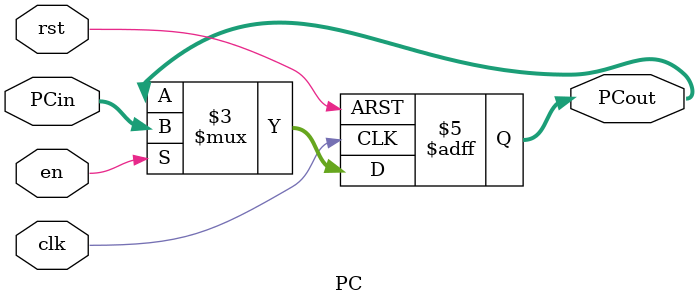
<source format=v>
`timescale 1ns / 1ps

module PC(
    input clk,rst,en,
    input [31:0]PCin,
    output reg [31:0]PCout
    );
    always @ (posedge clk, posedge rst)
    begin
        if(rst) PCout <= 0;
        else if(en) PCout <= PCin;
        else PCout <= PCout;
    end
endmodule
</source>
